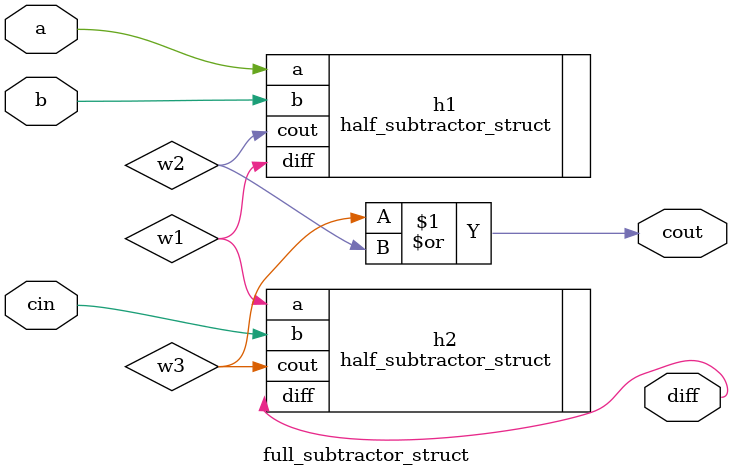
<source format=v>


`include "../half_subtractor/half_subtractor_struct.v"

module full_subtractor_struct
( output cout,diff,
	input a,b,cin);
	
	wire w1,w2,w3;
	
	half_subtractor_struct h1 (.a(a),.b(b),.diff(w1),.cout(w2));
	half_subtractor_struct h2 (.a(w1),.b(cin),.diff(diff),.cout(w3));
	or o1(cout,w3,w2);
	
	endmodule
	

</source>
